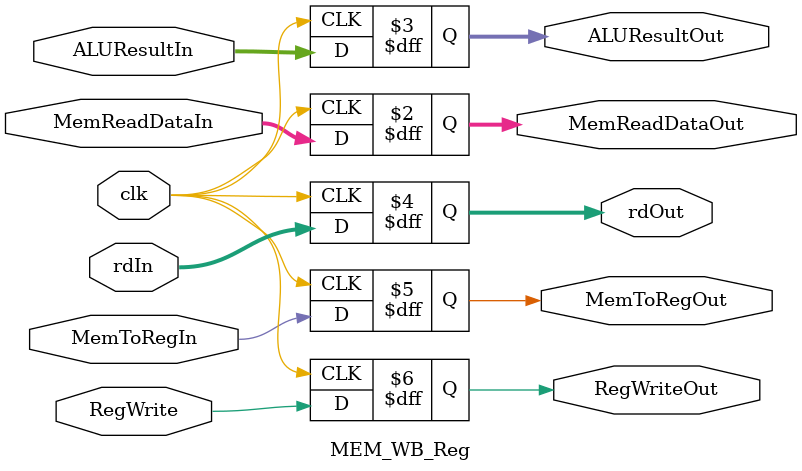
<source format=v>
`timescale 1ns / 1ps



module MEM_WB_Reg(MemReadDataIn, ALUResultIn, rdIn, MemToRegIn, RegWrite, clk,
                  MemReadDataOut, ALUResultOut, rdOut, MemToRegOut, RegWriteOut);
                  
                  input [31:0] MemReadDataIn, ALUResultIn;
                  input [4:0] rdIn;
                  input MemToRegIn, RegWrite, clk;
                  
                  output reg [31:0] MemReadDataOut, ALUResultOut;
                  output reg [4:0] rdOut;
                  output reg MemToRegOut, RegWriteOut;
                  
      always @ (posedge clk) begin
        MemReadDataOut <= MemReadDataIn;
        ALUResultOut <= ALUResultIn;
        rdOut <= rdIn;
        MemToRegOut <= MemToRegIn;
        RegWriteOut <= RegWrite;
      end
      
      
      // !!!!!!  I am a Purple Unicorn !!!!!


endmodule
</source>
